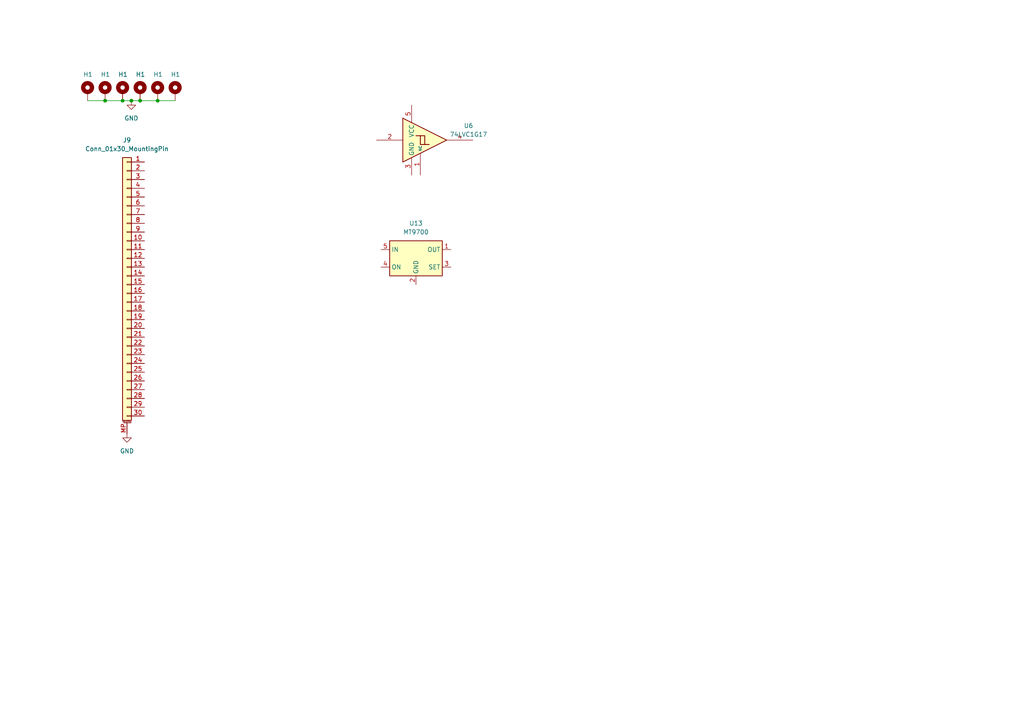
<source format=kicad_sch>
(kicad_sch (version 20230121) (generator eeschema)
  (paper "A4")
  (lib_symbols
    (symbol "74xGxx:74LVC1G17"
      (property "Reference" "U" (at 2.54 7.62 0))
      (property "Value" "74LVC1G17" (at 5.08 -7.62 0))
      (symbol "74LVC1G17_0_1"
        (polyline (pts (xy -2.54 1.27) (xy -1.27 1.27) (xy -1.27 -1.27)) (stroke (width 0.254)) (fill (type background)))
        (polyline (pts (xy -7.62 6.35) (xy -7.62 -6.35) (xy 5.08 0) (xy -7.62 6.35)) (stroke (width 0.254)) (fill (type background)))
        (polyline (pts (xy -3.81 1.27) (xy -2.54 1.27) (xy -2.54 -1.27) (xy 0 -1.27)) (stroke (width 0.254)) (fill (type background)))
      )
      (symbol "74LVC1G17_1_1"
        (pin free line (at -2.54 -10.16 90) (length 6.35) (name "NC") (number "1"))
        (pin input line (at -15.24 0 0) (length 7.62) (name "~") (number "2"))
        (pin power_in line (at -5.08 -10.16 90) (length 5.08) (name "GND") (number "3"))
        (pin output line (at 12.7 0 180) (length 7.62) (name "~") (number "4"))
        (pin power_in line (at -5.08 10.16 270) (length 5.08) (name "VCC") (number "5"))
      )
    )
    (symbol "Connector_Generic_MountingPin:Conn_01x30_MountingPin" (pin_names (offset 1.016) hide)
      (property "Reference" "J" (at 0 38.1 0))
      (property "Value" "Conn_01x30_MountingPin" (at 1.27 -40.64 0))
      (symbol "Conn_01x30_MountingPin_1_1"
        (rectangle (start -1.27 -37.973) (end 0 -38.227) (stroke (width 0.1524)))
        (rectangle (start -1.27 -35.433) (end 0 -35.687) (stroke (width 0.1524)))
        (rectangle (start -1.27 -32.893) (end 0 -33.147) (stroke (width 0.1524)))
        (rectangle (start -1.27 -30.353) (end 0 -30.607) (stroke (width 0.1524)))
        (rectangle (start -1.27 -27.813) (end 0 -28.067) (stroke (width 0.1524)))
        (rectangle (start -1.27 -25.273) (end 0 -25.527) (stroke (width 0.1524)))
        (rectangle (start -1.27 -22.733) (end 0 -22.987) (stroke (width 0.1524)))
        (rectangle (start -1.27 -20.193) (end 0 -20.447) (stroke (width 0.1524)))
        (rectangle (start -1.27 -17.653) (end 0 -17.907) (stroke (width 0.1524)))
        (rectangle (start -1.27 -15.113) (end 0 -15.367) (stroke (width 0.1524)))
        (rectangle (start -1.27 -12.573) (end 0 -12.827) (stroke (width 0.1524)))
        (rectangle (start -1.27 -10.033) (end 0 -10.287) (stroke (width 0.1524)))
        (rectangle (start -1.27 -7.493) (end 0 -7.747) (stroke (width 0.1524)))
        (rectangle (start -1.27 -4.953) (end 0 -5.207) (stroke (width 0.1524)))
        (rectangle (start -1.27 -2.413) (end 0 -2.667) (stroke (width 0.1524)))
        (rectangle (start -1.27 0.127) (end 0 -0.127) (stroke (width 0.1524)))
        (rectangle (start -1.27 2.667) (end 0 2.413) (stroke (width 0.1524)))
        (rectangle (start -1.27 5.207) (end 0 4.953) (stroke (width 0.1524)))
        (rectangle (start -1.27 7.747) (end 0 7.493) (stroke (width 0.1524)))
        (rectangle (start -1.27 10.287) (end 0 10.033) (stroke (width 0.1524)))
        (rectangle (start -1.27 12.827) (end 0 12.573) (stroke (width 0.1524)))
        (rectangle (start -1.27 15.367) (end 0 15.113) (stroke (width 0.1524)))
        (rectangle (start -1.27 17.907) (end 0 17.653) (stroke (width 0.1524)))
        (rectangle (start -1.27 20.447) (end 0 20.193) (stroke (width 0.1524)))
        (rectangle (start -1.27 22.987) (end 0 22.733) (stroke (width 0.1524)))
        (rectangle (start -1.27 25.527) (end 0 25.273) (stroke (width 0.1524)))
        (rectangle (start -1.27 28.067) (end 0 27.813) (stroke (width 0.1524)))
        (rectangle (start -1.27 30.607) (end 0 30.353) (stroke (width 0.1524)))
        (rectangle (start -1.27 33.147) (end 0 32.893) (stroke (width 0.1524)))
        (rectangle (start -1.27 35.687) (end 0 35.433) (stroke (width 0.1524)))
        (rectangle (start -1.27 36.83) (end 1.27 -39.37) (stroke (width 0.254)) (fill (type background)))
        (polyline (pts (xy -1.016 -40.132) (xy 1.016 -40.132)) (stroke (width 0.1524)))
        (text "Mounting" (at 0 -39.751 0) (effects (font (size 0.381 0.381))))
        (pin passive line (at -5.08 35.56 0) (length 3.81) (name "Pin_1") (number "1"))
        (pin passive line (at -5.08 12.7 0) (length 3.81) (name "Pin_10") (number "10"))
        (pin passive line (at -5.08 10.16 0) (length 3.81) (name "Pin_11") (number "11"))
        (pin passive line (at -5.08 7.62 0) (length 3.81) (name "Pin_12") (number "12"))
        (pin passive line (at -5.08 5.08 0) (length 3.81) (name "Pin_13") (number "13"))
        (pin passive line (at -5.08 2.54 0) (length 3.81) (name "Pin_14") (number "14"))
        (pin passive line (at -5.08 0 0) (length 3.81) (name "Pin_15") (number "15"))
        (pin passive line (at -5.08 -2.54 0) (length 3.81) (name "Pin_16") (number "16"))
        (pin passive line (at -5.08 -5.08 0) (length 3.81) (name "Pin_17") (number "17"))
        (pin passive line (at -5.08 -7.62 0) (length 3.81) (name "Pin_18") (number "18"))
        (pin passive line (at -5.08 -10.16 0) (length 3.81) (name "Pin_19") (number "19"))
        (pin passive line (at -5.08 33.02 0) (length 3.81) (name "Pin_2") (number "2"))
        (pin passive line (at -5.08 -12.7 0) (length 3.81) (name "Pin_20") (number "20"))
        (pin passive line (at -5.08 -15.24 0) (length 3.81) (name "Pin_21") (number "21"))
        (pin passive line (at -5.08 -17.78 0) (length 3.81) (name "Pin_22") (number "22"))
        (pin passive line (at -5.08 -20.32 0) (length 3.81) (name "Pin_23") (number "23"))
        (pin passive line (at -5.08 -22.86 0) (length 3.81) (name "Pin_24") (number "24"))
        (pin passive line (at -5.08 -25.4 0) (length 3.81) (name "Pin_25") (number "25"))
        (pin passive line (at -5.08 -27.94 0) (length 3.81) (name "Pin_26") (number "26"))
        (pin passive line (at -5.08 -30.48 0) (length 3.81) (name "Pin_27") (number "27"))
        (pin passive line (at -5.08 -33.02 0) (length 3.81) (name "Pin_28") (number "28"))
        (pin passive line (at -5.08 -35.56 0) (length 3.81) (name "Pin_29") (number "29"))
        (pin passive line (at -5.08 30.48 0) (length 3.81) (name "Pin_3") (number "3"))
        (pin passive line (at -5.08 -38.1 0) (length 3.81) (name "Pin_30") (number "30"))
        (pin passive line (at -5.08 27.94 0) (length 3.81) (name "Pin_4") (number "4"))
        (pin passive line (at -5.08 25.4 0) (length 3.81) (name "Pin_5") (number "5"))
        (pin passive line (at -5.08 22.86 0) (length 3.81) (name "Pin_6") (number "6"))
        (pin passive line (at -5.08 20.32 0) (length 3.81) (name "Pin_7") (number "7"))
        (pin passive line (at -5.08 17.78 0) (length 3.81) (name "Pin_8") (number "8"))
        (pin passive line (at -5.08 15.24 0) (length 3.81) (name "Pin_9") (number "9"))
        (pin passive line (at 0 -43.18 90) (length 3.048) (name "MountPin") (number "MP"))
      )
    )
    (symbol "Mechanical:MountingHole_Pad" (pin_numbers hide) (pin_names (offset 1.016) hide)
      (property "Reference" "H" (at 0 6.35 0))
      (property "Value" "MountingHole_Pad" (at 0 4.445 0))
      (symbol "MountingHole_Pad_0_1"
        (circle (center 0 1.27) (radius 1.27) (stroke (width 1.27)))
      )
      (symbol "MountingHole_Pad_1_1"
        (pin input line (at 0 -2.54 90) (length 2.54) (name "1") (number "1"))
      )
    )
    (symbol "Power_Management:AAT4610BIGV-1-T1"
      (property "Reference" "U" (at -6.35 -6.35 0))
      (property "Value" "AAT4610BIGV-1-T1" (at 0 6.35 0))
      (symbol "AAT4610BIGV-1-T1_0_1"
        (rectangle (start -7.62 5.08) (end 7.62 -5.08) (stroke (width 0.254)) (fill (type background)))
      )
      (symbol "AAT4610BIGV-1-T1_1_1"
        (pin power_out line (at 10.16 2.54 180) (length 2.54) (name "OUT") (number "1"))
        (pin power_in line (at 0 -7.62 90) (length 2.54) (name "GND") (number "2"))
        (pin passive line (at 10.16 -2.54 180) (length 2.54) (name "SET") (number "3"))
        (pin input line (at -10.16 -2.54 0) (length 2.54) (name "ON") (number "4"))
        (pin power_in line (at -10.16 2.54 0) (length 2.54) (name "IN") (number "5"))
      )
    )
    (symbol "power:GND" (power) (pin_names (offset 0))
      (property "Value" "GND" (at 0 -3.81 0))
      (symbol "GND_0_1"
        (polyline (pts (xy 0 0) (xy 0 -1.27) (xy 1.27 -1.27) (xy 0 -2.54) (xy -1.27 -1.27) (xy 0 -1.27)))
      )
      (symbol "GND_1_1"
        (pin power_in line (at 0 0 270) (length 0) hide (name "GND") (number "1"))
      )
    )
  )
  (junction (at 35.56 29.21))
  (junction (at 30.48 29.21))
  (junction (at 38.1 29.21))
  (junction (at 45.72 29.21))
  (junction (at 40.64 29.21))
  (wire (pts (xy 38.1 29.21) (xy 40.64 29.21)))
  (wire (pts (xy 35.56 29.21) (xy 38.1 29.21)))
  (wire (pts (xy 30.48 29.21) (xy 35.56 29.21)))
  (wire (pts (xy 45.72 29.21) (xy 50.8 29.21)))
  (wire (pts (xy 40.64 29.21) (xy 45.72 29.21)))
  (wire (pts (xy 25.4 29.21) (xy 30.48 29.21)))
  (symbol (lib_id "Mechanical:MountingHole_Pad") (at 25.4 26.67 0) (unit 1)
    (property "Reference" "H1" (at 24.13 21.59 0) (effects (justify left)))
    (property "Value" "MountingHole_Pad" (effects hide))
    (property "Footprint" "nodular:SMTSO3030CTJ" (effects hide))
    (instances (project "nodular-base" (path "" (reference "H1") (unit 1)) (path "" (reference "H13") (unit 1))))
  )
  (symbol (lib_id "power:GND") (at 38.1 29.21 0) (unit 1)
    (property "Reference" "#PWR02" (effects hide))
    (property "Value" "GND" (at 38.1 34.29 0))
  )
  (symbol (lib_id "74xGxx:74LVC1G17") (at 124.46 40.64 0) (unit 1)
    (property "Reference" "U6" (at 135.89 36.4491 0))
    (property "Value" "74LVC1G17" (at 135.89 38.9891 0))
    (property "Footprint" "Package_TO_SOT_SMD:SOT-353_SC-70-5" (effects hide))
    (property "Datasheet" "https://www.ti.com/lit/ds/symlink/sn74lvc1g17.pdf" (effects hide))
  )
  (symbol (lib_id "Power_Management:AAT4610BIGV-1-T1") (at 120.65 74.93 0) (unit 1)
    (property "Reference" "U13" (at 120.65 64.77 0))
    (property "Value" "MT9700" (at 120.65 67.31 0))
    (property "Footprint" "Package_TO_SOT_SMD:SOT-23-5" (effects hide))
    (property "Datasheet" "http://www.skyworksinc.com/uploads/documents/201937A.pdf" (effects hide))
    (instances (project "nodular-base" (path "" (reference "U13") (unit 1)) (path "" (reference "U14") (unit 1))))
  )
  (symbol (lib_id "Mechanical:MountingHole_Pad") (at 35.56 26.67 0) (unit 1)
    (property "Reference" "H1" (at 34.29 21.59 0) (effects (justify left)))
    (property "Value" "MountingHole_Pad" (effects hide))
    (property "Footprint" "nodular:SMTSO3030CTJ" (effects hide))
    (instances (project "nodular-base" (path "" (reference "H1") (unit 1)) (path "" (reference "H15") (unit 1))))
  )
  (symbol (lib_id "Mechanical:MountingHole_Pad") (at 45.72 26.67 0) (unit 1)
    (property "Reference" "H1" (at 44.45 21.59 0) (effects (justify left)))
    (property "Value" "MountingHole_Pad" (effects hide))
    (property "Footprint" "nodular:SMTSO3030CTJ" (effects hide))
    (instances (project "nodular-base" (path "" (reference "H1") (unit 1)) (path "" (reference "H17") (unit 1))))
  )
  (symbol (lib_id "Mechanical:MountingHole_Pad") (at 50.8 26.67 0) (unit 1)
    (property "Reference" "H1" (at 49.53 21.59 0) (effects (justify left)))
    (property "Value" "MountingHole_Pad" (effects hide))
    (property "Footprint" "nodular:SMTSO3030CTJ" (effects hide))
    (instances (project "nodular-base" (path "" (reference "H1") (unit 1)) (path "" (reference "H18") (unit 1))))
  )
  (symbol (lib_id "power:GND") (at 36.83 125.73 0) (unit 1)
    (property "Reference" "#PWR07" (effects hide))
    (property "Value" "GND" (at 36.83 130.81 0))
  )
  (symbol (lib_id "Connector_Generic_MountingPin:Conn_01x30_MountingPin") (at 36.83 82.55 0) (mirror y) (unit 1)
    (property "Reference" "J9" (at 36.83 40.64 0))
    (property "Value" "Conn_01x30_MountingPin" (at 36.83 43.18 0))
    (property "Footprint" "Connector_FFC-FPC:Hirose_FH12-30S-0.5SH_1x30-1MP_P0.50mm_Horizontal" (effects hide))
  )
  (symbol (lib_id "Mechanical:MountingHole_Pad") (at 30.48 26.67 0) (unit 1)
    (property "Reference" "H1" (at 29.21 21.59 0) (effects (justify left)))
    (property "Value" "MountingHole_Pad" (effects hide))
    (property "Footprint" "nodular:SMTSO3030CTJ" (effects hide))
    (instances (project "nodular-base" (path "" (reference "H1") (unit 1)) (path "" (reference "H14") (unit 1))))
  )
  (symbol (lib_id "Mechanical:MountingHole_Pad") (at 40.64 26.67 0) (unit 1)
    (property "Reference" "H1" (at 39.37 21.59 0) (effects (justify left)))
    (property "Value" "MountingHole_Pad" (effects hide))
    (property "Footprint" "nodular:SMTSO3030CTJ" (effects hide))
    (instances (project "nodular-base" (path "" (reference "H1") (unit 1)) (path "" (reference "H16") (unit 1))))
  )
)
</source>
